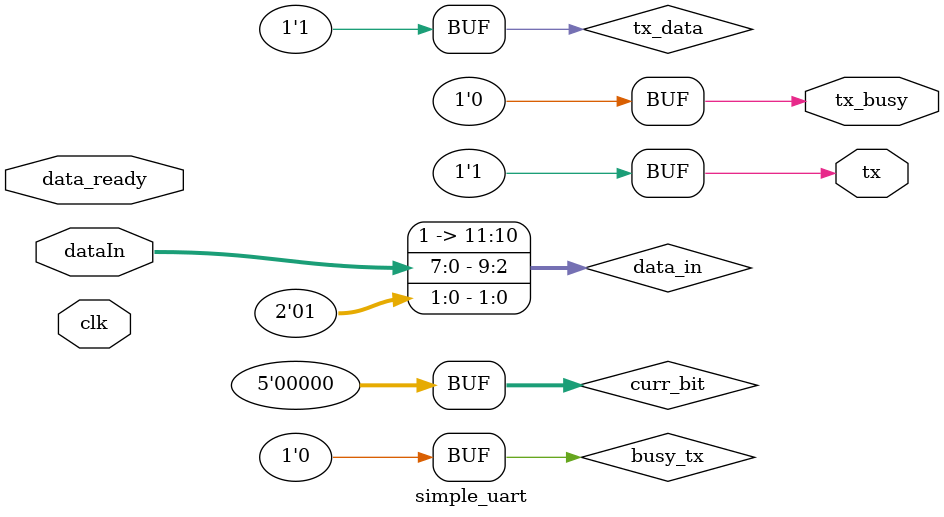
<source format=v>
/*
    simple_uart.v

    Simple UART implementation
    
    electronut.in

*/

module simple_uart (
    input clk,           // assumes 2.96 MHz clock
    input [7:0] dataIn,  // 8-bit input data
    input data_ready,    // flag to indicate data is ready for transmission
    output tx,           // serial output
    output tx_busy       // high when tx is busy transmitting
);

    // current bit being transmitted
    reg [4:0] curr_bit = 0;

    // bits
    // 0 -> Idle HIGH
    // 1 -> Start LOW
    // 2:9 -> Data
    // 10 -> HIGH
    wire [11:0] data_in = {1'd1, 1'd1, dataIn, 1'd0, 1'd1};
    wire tx_data = data_in[curr_bit];
    reg busy_tx = 0;

    // counter for baud rate
    reg [21:0] bcounter; 
    reg clk_9600;

    reg [7:0] counter;

    // for state machine
    reg [1:0] state;
    parameter IDLE = 2'b00;
    parameter RUNNING = 2'b01;

    // counter for 9600 baud
    // assumes clk is 2.96 MHz
    always @(posedge clk) 
      begin
        bcounter <= bcounter + 1;
        counter <= counter + 1;
        if (bcounter == 16)
            begin
                clk_9600 <= ~clk_9600;
                bcounter <= 0;
            end
      end

    

    assign tx = tx_data;
    assign tx_busy = busy_tx;

endmodule
</source>
